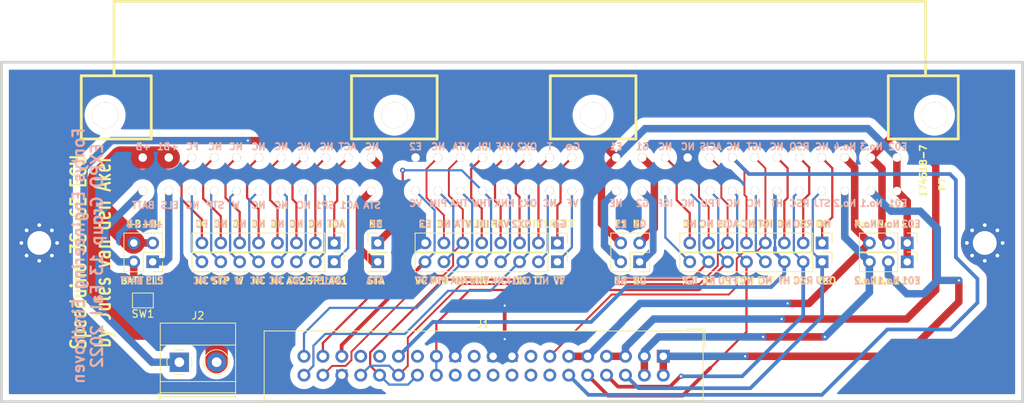
<source format=kicad_pcb>
(kicad_pcb (version 20211014) (generator pcbnew)
  (title_block (title "ECU adapter") (date "2023-01-07") (rev "1") (company "Fontys Engineering Eindhoven || EXPO 13"))
  (layers (0 "F.Cu" signal) (31 "B.Cu" signal) (34 "B.Paste" user) (35 "F.Paste" user) (36 "B.SilkS" user "B.Silkscreen") (37 "F.SilkS" user "F.Silkscreen") (38 "B.Mask" user) (39 "F.Mask" user) (44 "Edge.Cuts" user))
  (net 0 "")
  (net 1 "GND")
  (net 2 "IDLE-OUT")
  (net 3 "Net-(P13-Pad1)")
  (net 4 "ACIS-OUT")
  (net 6 "HC-2-OUT")
  (net 7 "IGN-1-OUT")
  (net 10 "CAM2-IN")
  (net 12 "CRANK-IN")
  (net 14 "Net-(P7-Pad24)")
  (net 16 "Net-(P10-Pad1)")
  (net 18 "Net-(P11-Pad2)")
  (net 19 "Net-(P11-Pad4)")
  (net 21 "Net-(P11-Pad3)")
  (net 23 "CAM1-IN")
  (net 25 "Net-(P12-Pad1)")
  (net 27 "VDDA")
  (net 28 "Net-(P12-Pad7)")
  (net 29 "GND1")
  (net 30 "Net-(P13-Pad8)")
  (net 31 "Net-(P3-Pad1)")
  (net 32 "CLT-IN")
  (net 33 "Net-(P3-Pad2)")
  (net 34 "INJ-1-OUT")
  (net 35 "TPS-IN")
  (net 36 "IAT-IN")
  (net 37 "O2-IN")
  (net 38 "Net-(J2-Pad2)")
  (net 39 "Net-(P3-Pad3)")
  (net 40 "Net-(P4-Pad1)")
  (net 41 "Net-(P5-Pad1)")
  (net 42 "Net-(P6-Pad1)")
  (net 43 "Net-(P6-Pad2)")
  (net 44 "Net-(P7-Pad20)")
  (net 45 "INJ-4-OUT")
  (net 46 "HC-1-OUT")
  (net 47 "INJ-3-OUT")
  (net 48 "INJ-2-OUT")
  (net 49 "Net-(P7-Pad25)")
  (net 50 "Net-(P7-Pad26)")
  (net 51 "Net-(P7-Pad27)")
  (net 52 "Net-(P7-Pad32)")
  (net 53 "Net-(P10-Pad2)")
  (net 54 "Net-(P10-Pad4)")
  (net 55 "Net-(P11-Pad1)")
  (net 56 "Net-(P11-Pad5)")
  (net 57 "Net-(P11-Pad7)")
  (net 58 "Net-(P12-Pad2)")
  (net 59 "Net-(P12-Pad3)")
  (net 60 "Net-(P12-Pad4)")
  (net 61 "Net-(P12-Pad5)")
  (net 62 "Net-(P12-Pad6)")
  (net 63 "Net-(P12-Pad8)")
  (net 64 "Net-(P13-Pad2)")
  (net 65 "Net-(P13-Pad3)")
  (net 66 "Net-(P13-Pad4)")
  (net 67 "Net-(P13-Pad5)")
  (net 68 "Net-(P13-Pad6)")
  (net 69 "Net-(P13-Pad7)")
  (net 70 "HT-OUT")
  (net 71 "Net-(P10-Pad7)")
  (footprint "Connector_PinHeader_2.54mm:PinHeader_1x03_P2.54mm_Vertical" (layer "F.Cu") (at 172.466 67.31 -90)
    (fp_text reference "P1" hide)
    (fp_text value "CONN_3")
  )
  (footprint "Connector_PinHeader_2.54mm:PinHeader_1x03_P2.54mm_Vertical" (layer "F.Cu") (at 172.466 64.77 -90)
    (fp_text reference "P2" hide)
    (fp_text value "CONN_3")
  )
  (footprint "Connector_PinHeader_2.54mm:PinHeader_1x01_P2.54mm_Vertical" (layer "F.Cu") (at 101.346 67.31)
    (fp_text reference "P4" hide)
    (fp_text value "CONN_1")
  )
  (footprint "Connector_PinHeader_2.54mm:PinHeader_1x01_P2.54mm_Vertical" (layer "F.Cu") (at 101.346 64.77)
    (fp_text reference "P5" hide)
    (fp_text value "CONN_1")
  )
  (footprint "174518-7:174518-7" (layer "F.Cu") (at 179.324 57.785)
    (fp_text reference "P7")
    (fp_text value "174518-7")
  )
  (footprint "Connector_PinHeader_2.54mm:PinHeader_1x08_P2.54mm_Vertical" (layer "F.Cu") (at 95.504 67.31 -90)
    (fp_text reference "P12" hide)
    (fp_text value "CONN_8")
  )
  (footprint "Connector_PinHeader_2.54mm:PinHeader_1x08_P2.54mm_Vertical" (layer "F.Cu") (at 95.504 64.77 -90)
    (fp_text reference "P13" hide)
    (fp_text value "CONN_8")
  )
  (footprint "Connector_PinHeader_2.54mm:PinHeader_1x08_P2.54mm_Vertical" (layer "F.Cu") (at 161.036 67.31 -90)
    (fp_text reference "P8" hide)
    (fp_text value "CONN_8")
  )
  (footprint "Connector_PinHeader_2.54mm:PinHeader_1x08_P2.54mm_Vertical" (layer "F.Cu") (at 125.476 67.31 -90)
    (fp_text reference "P10" hide)
    (fp_text value "CONN_8")
  )
  (footprint "Connector_PinHeader_2.54mm:PinHeader_1x08_P2.54mm_Vertical" (layer "F.Cu") (at 125.476 64.77 -90)
    (fp_text reference "P11" hide)
    (fp_text value "CONN_8")
  )
  (footprint "Connector_PinHeader_2.54mm:PinHeader_1x08_P2.54mm_Vertical" (layer "F.Cu") (at 161.036 64.77 -90)
    (fp_text reference "P9" hide)
    (fp_text value "CONN_8")
  )
  (footprint "Connector_PinHeader_2.54mm:PinHeader_2x02_P2.54mm_Vertical" (layer "F.Cu") (at 71.12 67.31 180)
    (fp_text reference "P6" hide)
    (fp_text value "Conn_01x04_Male")
  )
  (footprint "Connector_PinHeader_2.54mm:PinHeader_2x02_P2.54mm_Vertical" (layer "F.Cu") (at 136.525 67.31 180)
    (fp_text reference "P3" hide)
    (fp_text value "Conn_01x04_Male")
  )
  (footprint "MountingHole:MountingHole_3.2mm_M3_Pad_Via" (layer "F.Cu") (at 55.88 64.77)
    (fp_text reference "H1" hide)
    (fp_text value "MountingHole_Pad")
  )
  (footprint "MountingHole:MountingHole_3.2mm_M3_Pad_Via" (layer "F.Cu") (at 182.88 64.77)
    (fp_text reference "H2" hide)
    (fp_text value "MountingHole_Pad")
  )
  (footprint "Connector_IDC:IDC-Header_2x20_P2.54mm_Vertical" (layer "F.Cu") (at 139.7 80.01 -90)
    (fp_text reference "J1")
    (fp_text value "Conn_02x20_Odd_Even")
  )
  (footprint "TerminalBlock_Phoenix:TerminalBlock_Phoenix_MKDS-1,5-2_1x02_P5.00mm_Horizontal" (layer "F.Cu") (at 74.7 80.805)
    (fp_text reference "J2")
    (fp_text value "Screw_Terminal_01x02")
  )
  (footprint "Jumper:SolderJumper-2_P1.3mm_Bridged_Pad1.0x1.5mm" (layer "F.Cu") (at 69.8 72.5 180)
    (fp_text reference "SW1")
    (fp_text value "SW_SPST")
  )
  (gr_line (start 187.96 86.106) (end 50.8 86.106) (layer "Edge.Cuts") (width 0.381))
  (gr_line (start 50.8 86.106) (end 50.8 40.46) (layer "Edge.Cuts") (width 0.381))
  (gr_line (start 50.8 40.46) (end 187.96 40.46) (layer "Edge.Cuts") (width 0.381))
  (gr_line (start 187.96 40.46) (end 187.96 86.106) (layer "Edge.Cuts") (width 0.381))
  (gr_text "NC" (at 77.47 69.85) (layer "B.SilkS") (effects (font (size 0.9 0.9) (thickness 0.22352)) (justify mirror)))
  (gr_text "FC" (at 77.724 62.23) (layer "B.SilkS") (effects (font (size 0.9 0.9) (thickness 0.22352)) (justify mirror)))
  (gr_text "ELS" (at 71.374 69.85) (layer "B.SilkS") (effects (font (size 0.9 0.9) (thickness 0.22352)) (justify mirror)))
  (gr_text "+B1" (at 71.12 62.23) (layer "B.SilkS") (effects (font (size 0.9 0.9) (thickness 0.22352)) (justify mirror)))
  (gr_text "+B" (at 68.58 62.23) (layer "B.SilkS") (effects (font (size 0.9 0.9) (thickness 0.22352)) (justify mirror)))
  (gr_text "BATT" (at 68.326 69.85) (layer "B.SilkS") (effects (font (size 0.9 0.9) (thickness 0.22352)) (justify mirror)))
  (gr_text "NC" (at 90.424 62.23) (layer "B.SilkS") (effects (font (size 0.9 0.9) (thickness 0.22352)) (justify mirror)))
  (gr_text "NC" (at 85.344 62.23) (layer "B.SilkS") (effects (font (size 0.9 0.9) (thickness 0.22352)) (justify mirror)))
  (gr_text "NC" (at 92.964 62.23) (layer "B.SilkS") (effects (font (size 0.9 0.9) (thickness 0.22352)) (justify mirror)))
  (gr_text "NC" (at 80.264 62.23) (layer "B.SilkS") (effects (font (size 0.9 0.9) (thickness 0.22352)) (justify mirror)))
  (gr_text "ACT" (at 95.758 62.23) (layer "B.SilkS") (effects (font (size 0.9 0.9) (thickness 0.22352)) (justify mirror)))
  (gr_text "AC1" (at 95.25 69.85) (layer "B.SilkS") (effects (font (size 0.9 0.9) (thickness 0.22352)) (justify mirror)))
  (gr_text "NC" (at 87.884 62.23) (layer "B.SilkS") (effects (font (size 0.9 0.9) (thickness 0.22352)) (justify mirror)))
  (gr_text "NC" (at 101.092 62.23) (layer "B.SilkS") (effects (font (size 0.9 0.9) (thickness 0.22352)) (justify mirror)))
  (gr_text "NC" (at 82.804 62.23) (layer "B.SilkS") (effects (font (size 0.9 0.9) (thickness 0.22352)) (justify mirror)))
  (gr_text "STA" (at 100.965 69.85) (layer "B.SilkS") (effects (font (size 0.9 0.9) (thickness 0.22352)) (justify mirror)))
  (gr_text "VF" (at 125.73 69.85) (layer "B.SilkS") (effects (font (size 0.9 0.9) (thickness 0.22352)) (justify mirror)))
  (gr_text "E1" (at 133.985 62.23) (layer "B.SilkS") (effects (font (size 0.9 0.9) (thickness 0.22352)) (justify mirror)))
  (gr_text "NE" (at 133.985 69.85) (layer "B.SilkS") (effects (font (size 0.9 0.9) (thickness 0.22352)) (justify mirror)))
  (gr_text "KNK" (at 117.856 69.85) (layer "B.SilkS") (effects (font (size 0.9 0.9) (thickness 0.22352)) (justify mirror)))
  (gr_text "PIM" (at 109.474 69.85) (layer "B.SilkS") (effects (font (size 0.9 0.9) (thickness 0.22352)) (justify mirror)))
  (gr_text "G1" (at 136.525 62.23) (layer "B.SilkS") (effects (font (size 0.9 0.9) (thickness 0.22352)) (justify mirror)))
  (gr_text "THW" (at 114.935 69.85) (layer "B.SilkS") (effects (font (size 0.9 0.9) (thickness 0.22352)) (justify mirror)))
  (gr_text "G2" (at 136.525 69.85) (layer "B.SilkS") (effects (font (size 0.9 0.9) (thickness 0.22352)) (justify mirror)))
  (gr_text "THA" (at 112.395 69.85) (layer "B.SilkS") (effects (font (size 0.9 0.9) (thickness 0.22352)) (justify mirror)))
  (gr_text "NC" (at 123.444 69.85) (layer "B.SilkS") (effects (font (size 0.9 0.9) (thickness 0.22352)) (justify mirror)))
  (gr_text "HT" (at 155.956 69.85) (layer "B.SilkS") (effects (font (size 0.9 0.9) (thickness 0.22352)) (justify mirror)))
  (gr_text "E01" (at 172.974 69.85) (layer "B.SilkS") (effects (font (size 0.9 0.9) (thickness 0.22352)) (justify mirror)))
  (gr_text "NC" (at 143.256 62.23) (layer "B.SilkS") (effects (font (size 0.9 0.9) (thickness 0.22352)) (justify mirror)))
  (gr_text "NC" (at 153.416 69.85) (layer "B.SilkS") (effects (font (size 0.9 0.9) (thickness 0.22352)) (justify mirror)))
  (gr_text "NC" (at 145.796 69.85) (layer "B.SilkS") (effects (font (size 0.9 0.9) (thickness 0.22352)) (justify mirror)))
  (gr_text "NC" (at 150.876 69.85) (layer "B.SilkS") (effects (font (size 0.9 0.9) (thickness 0.22352)) (justify mirror)))
  (gr_text "NC" (at 151.13 62.23) (layer "B.SilkS") (effects (font (size 0.9 0.9) (thickness 0.22352)) (justify mirror)))
  (gr_text "No.1" (at 169.926 69.85) (layer "B.SilkS") (effects (font (size 0.9 0.9) (thickness 0.22352)) (justify mirror)))
  (gr_text "IGT" (at 153.416 62.23) (layer "B.SilkS") (effects (font (size 0.9 0.9) (thickness 0.22352)) (justify mirror)))
  (gr_text "RSC" (at 158.496 69.85) (layer "B.SilkS") (effects (font (size 0.9 0.9) (thickness 0.22352)) (justify mirror)))
  (gr_text "NC" (at 161.29 62.23) (layer "B.SilkS") (effects (font (size 0.9 0.9) (thickness 0.22352)) (justify mirror)))
  (gr_text "No.3" (at 169.926 62.23) (layer "B.SilkS") (effects (font (size 0.9 0.9) (thickness 0.22352)) (justify mirror)))
  (gr_text "No.4" (at 166.878 62.23) (layer "B.SilkS") (effects (font (size 0.9 0.9) (thickness 0.22352)) (justify mirror)))
  (gr_text "STJ" (at 161.29 69.85) (layer "B.SilkS") (effects (font (size 0.9 0.9) (thickness 0.22352)) (justify mirror)))
  (gr_text "E02" (at 172.974 62.23) (layer "B.SilkS") (effects (font (size 0.9 0.9) (thickness 0.22352)) (justify mirror)))
  (gr_text "RSO" (at 158.496 62.23) (layer "B.SilkS") (effects (font (size 0.9 0.9) (thickness 0.22352)) (justify mirror)))
  (gr_text "NC" (at 145.542 62.23) (layer "B.SilkS") (effects (font (size 0.9 0.9) (thickness 0.22352)) (justify mirror)))
  (gr_text "NC" (at 155.956 62.23) (layer "B.SilkS") (effects (font (size 0.9 0.9) (thickness 0.22352)) (justify mirror)))
  (gr_text "No.2" (at 166.878 69.85) (layer "B.SilkS") (effects (font (size 0.9 0.9) (thickness 0.22352)) (justify mirror)))
  (gr_text "IGF" (at 143.256 69.85) (layer "B.SilkS") (effects (font (size 0.9 0.9) (thickness 0.22352)) (justify mirror)))
  (gr_text "E2" (at 107.696 62.23) (layer "B.SilkS") (effects (font (size 0.9 0.9) (thickness 0.22352)) (justify mirror)))
  (gr_text "OX2" (at 120.65 62.23) (layer "B.SilkS") (effects (font (size 0.9 0.9) (thickness 0.22352)) (justify mirror)))
  (gr_text "IDL" (at 115.316 62.23) (layer "B.SilkS") (effects (font (size 0.9 0.9) (thickness 0.22352)) (justify mirror)))
  (gr_text "T" (at 123.19 62.23) (layer "B.SilkS") (effects (font (size 0.9 0.9) (thickness 0.22352)) (justify mirror)))
  (gr_text "NC" (at 110.236 62.23) (layer "B.SilkS") (effects (font (size 0.9 0.9) (thickness 0.22352)) (justify mirror)))
  (gr_text "G⊝" (at 125.73 62.23) (layer "B.SilkS") (effects (font (size 0.9 0.9) (thickness 0.22352)) (justify mirror)))
  (gr_text "VAF" (at 117.856 62.23) (layer "B.SilkS") (effects (font (size 0.9 0.9) (thickness 0.22352)) (justify mirror)))
  (gr_text "NC" (at 87.63 69.85) (layer "B.SilkS") (effects (font (size 0.9 0.9) (thickness 0.22352)) (justify mirror)))
  (gr_text "NC" (at 90.17 69.85) (layer "B.SilkS") (effects (font (size 0.9 0.9) (thickness 0.22352)) (justify mirror)))
  (gr_text "VTA" (at 112.776 62.23) (layer "B.SilkS") (effects (font (size 0.9 0.9) (thickness 0.22352)) (justify mirror)))
  (gr_text "VC" (at 107.188 69.85) (layer "B.SilkS") (effects (font (size 0.9 0.9) (thickness 0.22352)) (justify mirror)))
  (gr_text "W" (at 82.55 69.85) (layer "B.SilkS") (effects (font (size 0.9 0.9) (thickness 0.22352)) (justify mirror)))
  (gr_text "NC" (at 85.09 69.85) (layer "B.SilkS") (effects (font (size 0.9 0.9) (thickness 0.22352)) (justify mirror)))
  (gr_text "SP1" (at 92.71 69.85) (layer "B.SilkS") (effects (font (size 0.9 0.9) (thickness 0.22352)) (justify mirror)))
  (gr_text "OX1" (at 120.65 69.85) (layer "B.SilkS") (effects (font (size 0.9 0.9) (thickness 0.22352)) (justify mirror)))
  (gr_text "STP" (at 80.01 69.85) (layer "B.SilkS") (effects (font (size 0.9 0.9) (thickness 0.22352)) (justify mirror)))
  (gr_text "ACIS" (at 148.336 62.23) (layer "B.SilkS") (effects (font (size 0.9 0.9) (thickness 0.22352)) (justify mirror)))
  (gr_text "FPU" (at 148.336 69.85) (layer "B.SilkS") (effects (font (size 0.9 0.9) (thickness 0.22352)) (justify mirror)))
  (gr_text "E02" (at 171.196 51.816) (layer "B.SilkS") (effects (font (size 0.9 0.9) (thickness 0.22352)) (justify mirror)))
  (gr_text "No.4" (at 164.084 51.816) (layer "B.SilkS") (effects (font (size 0.9 0.9) (thickness 0.22352)) (justify mirror)))
  (gr_text "No.3" (at 167.64 51.816) (layer "B.SilkS") (effects (font (size 0.9 0.9) (thickness 0.22352)) (justify mirror)))
  (gr_text "ACIS" (at 146.05 51.816) (layer "B.SilkS") (effects (font (size 0.9 0.9) (thickness 0.22352)) (justify mirror)))
  (gr_text "NC" (at 149.098 51.816) (layer "B.SilkS") (effects (font (size 0.9 0.9) (thickness 0.22352)) (justify mirror)))
  (gr_text "NC" (at 161.036 51.816) (layer "B.SilkS") (effects (font (size 0.9 0.9) (thickness 0.22352)) (justify mirror)))
  (gr_text "NC" (at 154.94 51.816) (layer "B.SilkS") (effects (font (size 0.9 0.9) (thickness 0.22352)) (justify mirror)))
  (gr_text "IGT" (at 151.892 51.816) (layer "B.SilkS") (effects (font (size 0.9 0.9) (thickness 0.22352)) (justify mirror)))
  (gr_text "RSO" (at 157.988 51.816) (layer "B.SilkS") (effects (font (size 0.9 0.9) (thickness 0.22352)) (justify mirror)))
  (gr_text "NC" (at 139.954 51.816) (layer "B.SilkS") (effects (font (size 0.9 0.9) (thickness 0.22352)) (justify mirror)))
  (gr_text "NC" (at 143.002 51.816) (layer "B.SilkS") (effects (font (size 0.9 0.9) (thickness 0.22352)) (justify mirror)))
  (gr_text "G1" (at 136.906 51.816) (layer "B.SilkS") (effects (font (size 0.9 0.9) (thickness 0.22352)) (justify mirror)))
  (gr_text "E1" (at 133.35 51.816) (layer "B.SilkS") (effects (font (size 0.9 0.9) (thickness 0.22352)) (justify mirror)))
  (gr_text "VTA" (at 112.522 51.816) (layer "B.SilkS") (effects (font (size 0.9 0.9) (thickness 0.22352)) (justify mirror)))
  (gr_text "IDL" (at 115.57 51.816) (layer "B.SilkS") (effects (font (size 0.9 0.9) (thickness 0.22352)) (justify mirror)))
  (gr_text "VAF" (at 118.364 51.816) (layer "B.SilkS") (effects (font (size 0.9 0.9) (thickness 0.22352)) (justify mirror)))
  (gr_text "NC" (at 109.474 51.816) (layer "B.SilkS") (effects (font (size 0.9 0.9) (thickness 0.22352)) (justify mirror)))
  (gr_text "OX2" (at 121.412 51.816) (layer "B.SilkS") (effects (font (size 0.9 0.9) (thickness 0.22352)) (justify mirror)))
  (gr_text "G⊝" (at 127.508 51.816) (layer "B.SilkS") (effects (font (size 0.9 0.9) (thickness 0.22352)) (justify mirror)))
  (gr_text "E2" (at 106.426 51.816) (layer "B.SilkS") (effects (font (size 0.9 0.9) (thickness 0.22352)) (justify mirror)))
  (gr_text "T" (at 124.46 51.816) (layer "B.SilkS") (effects (font (size 0.9 0.9) (thickness 0.22352)) (justify mirror)))
  (gr_text "NC" (at 100.584 51.816) (layer "B.SilkS") (effects (font (size 0.9 0.9) (thickness 0.22352)) (justify mirror)))
  (gr_text "NC" (at 82.296 51.816) (layer "B.SilkS") (effects (font (size 0.9 0.9) (thickness 0.22352)) (justify mirror)))
  (gr_text "NC" (at 79.502 51.816) (layer "B.SilkS") (effects (font (size 0.9 0.9) (thickness 0.22352)) (justify mirror)))
  (gr_text "NC" (at 88.392 51.816) (layer "B.SilkS") (effects (font (size 0.9 0.9) (thickness 0.22352)) (justify mirror)))
  (gr_text "ACT" (at 97.282 51.816) (layer "B.SilkS") (effects (font (size 0.9 0.9) (thickness 0.22352)) (justify mirror)))
  (gr_text "NC" (at 94.488 51.816) (layer "B.SilkS") (effects (font (size 0.9 0.9) (thickness 0.22352)) (justify mirror)))
  (gr_text "NC" (at 91.44 51.816) (layer "B.SilkS") (effects (font (size 0.9 0.9) (thickness 0.22352)) (justify mirror)))
  (gr_text "NC" (at 85.344 51.816) (layer "B.SilkS") (effects (font (size 0.9 0.9) (thickness 0.22352)) (justify mirror)))
  (gr_text "FC" (at 76.454 51.816) (layer "B.SilkS") (effects (font (size 0.9 0.9) (thickness 0.22352)) (justify mirror)))
  (gr_text "+B1" (at 73.152 51.816) (layer "B.SilkS") (effects (font (size 0.9 0.9) (thickness 0.22352)) (justify mirror)))
  (gr_text "+B" (at 69.85 51.816) (layer "B.SilkS") (effects (font (size 0.9 0.9) (thickness 0.22352)) (justify mirror)))
  (gr_text "ELS" (at 73.406 59.69) (layer "B.SilkS") (effects (font (size 0.9 0.9) (thickness 0.22352)) (justify mirror)))
  (gr_text "BATT" (at 69.85 59.69) (layer "B.SilkS") (effects (font (size 0.9 0.9) (thickness 0.22352)) (justify mirror)))
  (gr_text "NC" (at 88.392 59.69) (layer "B.SilkS") (effects (font (size 0.9 0.9) (thickness 0.22352)) (justify mirror)))
  (gr_text "STP" (at 79.502 59.69) (layer "B.SilkS") (effects (font (size 0.9 0.9) (thickness 0.22352)) (justify mirror)))
  (gr_text "NC" (at 85.344 59.69) (layer "B.SilkS") (effects (font (size 0.9 0.9) (thickness 0.22352)) (justify mirror)))
  (gr_text "W" (at 82.296 59.69) (layer "B.SilkS") (effects (font (size 0.9 0.9) (thickness 0.22352)) (justify mirror)))
  (gr_text "NC" (at 76.454 59.69) (layer "B.SilkS") (effects (font (size 0.9 0.9) (thickness 0.22352)) (justify mirror)))
  (gr_text "NC" (at 91.44 59.69) (layer "B.SilkS") (effects (font (size 0.9 0.9) (thickness 0.22352)) (justify mirror)))
  (gr_text "SP1" (at 94.234 59.69) (layer "B.SilkS") (effects (font (size 0.9 0.9) (thickness 0.22352)) (justify mirror)))
  (gr_text "AC1" (at 97.536 59.69) (layer "B.SilkS") (effects (font (size 0.9 0.9) (thickness 0.22352)) (justify mirror)))
  (gr_text "STA" (at 100.584 59.69) (layer "B.SilkS") (effects (font (size 0.9 0.9) (thickness 0.22352)) (justify mirror)))
  (gr_text "THA" (at 112.268 59.436) (layer "B.SilkS") (effects (font (size 0.9 0.9) (thickness 0.22352)) (justify mirror)))
  (gr_text "KNK" (at 118.364 59.436) (layer "B.SilkS") (effects (font (size 0.9 0.9) (thickness 0.22352)) (justify mirror)))
  (gr_text "VF" (at 127.508 59.436) (layer "B.SilkS") (effects (font (size 0.9 0.9) (thickness 0.22352)) (justify mirror)))
  (gr_text "PIM" (at 109.474 59.436) (layer "B.SilkS") (effects (font (size 0.9 0.9) (thickness 0.22352)) (justify mirror)))
  (gr_text "NC" (at 124.46 59.436) (layer "B.SilkS") (effects (font (size 0.9 0.9) (thickness 0.22352)) (justify mirror)))
  (gr_text "THW" (at 115.316 59.436) (layer "B.SilkS") (effects (font (size 0.9 0.9) (thickness 0.22352)) (justify mirror)))
  (gr_text "OX1" (at 121.412 59.436) (layer "B.SilkS") (effects (font (size 0.9 0.9) (thickness 0.22352)) (justify mirror)))
  (gr_text "VC" (at 106.426 59.436) (layer "B.SilkS") (effects (font (size 0.9 0.9) (thickness 0.22352)) (justify mirror)))
  (gr_text "NE" (at 133.35 59.436) (layer "B.SilkS") (effects (font (size 0.9 0.9) (thickness 0.22352)) (justify mirror)))
  (gr_text "G2" (at 136.906 59.436) (layer "B.SilkS") (effects (font (size 0.9 0.9) (thickness 0.22352)) (justify mirror)))
  (gr_text "FPU" (at 146.05 59.436) (layer "B.SilkS") (effects (font (size 0.9 0.9) (thickness 0.22352)) (justify mirror)))
  (gr_text "STJ" (at 161.036 59.436) (layer "B.SilkS") (effects (font (size 0.9 0.9) (thickness 0.22352)) (justify mirror)))
  (gr_text "NC" (at 143.002 59.436) (layer "B.SilkS") (effects (font (size 0.9 0.9) (thickness 0.22352)) (justify mirror)))
  (gr_text "RSC" (at 157.988 59.436) (layer "B.SilkS") (effects (font (size 0.9 0.9) (thickness 0.22352)) (justify mirror)))
  (gr_text "HT" (at 154.94 59.436) (layer "B.SilkS") (effects (font (size 0.9 0.9) (thickness 0.22352)) (justify mirror)))
  (gr_text "NC" (at 151.892 59.436) (layer "B.SilkS") (effects (font (size 0.9 0.9) (thickness 0.22352)) (justify mirror)))
  (gr_text "IGF" (at 139.954 59.436) (layer "B.SilkS") (effects (font (size 0.9 0.9) (thickness 0.22352)) (justify mirror)))
  (gr_text "NC" (at 149.098 59.436) (layer "B.SilkS") (effects (font (size 0.9 0.9) (thickness 0.22352)) (justify mirror)))
  (gr_text "No.2" (at 164.084 59.436) (layer "B.SilkS") (effects (font (size 0.9 0.9) (thickness 0.22352)) (justify mirror)))
  (gr_text "No.1" (at 167.64 59.436) (layer "B.SilkS") (effects (font (size 0.9 0.9) (thickness 0.22352)) (justify mirror)))
  (gr_text "E01" (at 171.196 59.436) (layer "B.SilkS") (effects (font (size 0.9 0.9) (thickness 0.22352)) (justify mirror)))
  (gr_text "Fontys Engineering Eindhoven\nEXPO Group 13 Fall 2022" (at 62.4 66.5 90) (layer "B.SilkS") (effects (font (size 1.524 1.524) (thickness 0.3048)) (justify mirror)))
  (gr_text "SP1" (at 93.1 69.85) (layer "F.SilkS") (effects (font (size 0.9 0.9) (thickness 0.22352))))
  (gr_text "VC" (at 107.188 69.85) (layer "F.SilkS") (effects (font (size 0.9 0.9) (thickness 0.22352))))
  (gr_text "OX" (at 120.35 69.85) (layer "F.SilkS") (effects (font (size 0.9 0.9) (thickness 0.22352))))
  (gr_text "THW" (at 115.062 69.85) (layer "F.SilkS") (effects (font (size 0.9 0.9) (thickness 0.22352))))
  (gr_text "TT" (at 122.9 69.85) (layer "F.SilkS") (effects (font (size 0.9 0.9) (thickness 0.22352))))
  (gr_text "PIM" (at 109.728 69.85) (layer "F.SilkS") (effects (font (size 0.9 0.9) (thickness 0.22352))))
  (gr_text "VF" (at 125.73 69.85) (layer "F.SilkS") (effects (font (size 0.9 0.9) (thickness 0.22352))))
  (gr_text "NC" (at 117.856 69.85) (layer "F.SilkS") (effects (font (size 0.9 0.9) (thickness 0.22352))))
  (gr_text "THA" (at 112.268 69.85) (layer "F.SilkS") (effects (font (size 0.9 0.9) (thickness 0.22352))))
  (gr_text "NC" (at 136.525 69.85) (layer "F.SilkS") (effects (font (size 0.9 0.9) (thickness 0.22352))))
  (gr_text "NC" (at 133.985 69.85) (layer "F.SilkS") (effects (font (size 0.9 0.9) (thickness 0.22352))))
  (gr_text "IGF" (at 143.256 69.85) (layer "F.SilkS") (effects (font (size 0.9 0.9) (thickness 0.22352))))
  (gr_text "NC" (at 143.256 62.23) (layer "F.SilkS") (effects (font (size 0.9 0.9) (thickness 0.22352))))
  (gr_text "NC" (at 155.956 62.23) (layer "F.SilkS") (effects (font (size 0.9 0.9) (thickness 0.22352))))
  (gr_text "G1" (at 147.828 62.23) (layer "F.SilkS") (effects (font (size 0.9 0.9) (thickness 0.22352))))
  (gr_text "RSO" (at 161.544 69.85) (layer "F.SilkS") (effects (font (size 0.9 0.9) (thickness 0.22352))))
  (gr_text "G⊝" (at 145.542 62.23) (layer "F.SilkS") (effects (font (size 0.9 0.9) (thickness 0.22352))))
  (gr_text "NC" (at 158.496 62.23) (layer "F.SilkS") (effects (font (size 0.9 0.9) (thickness 0.22352))))
  (gr_text "EVP" (at 153.55 69.85) (layer "F.SilkS") (effects (font (size 0.9 0.9) (thickness 0.22352))))
  (gr_text "IGT" (at 153.416 62.23) (layer "F.SilkS") (effects (font (size 0.9 0.9) (thickness 0.22352))))
  (gr_text "ACIS" (at 150.622 62.23) (layer "F.SilkS") (effects (font (size 0.9 0.9) (thickness 0.22352))))
  (gr_text "NC" (at 161.036 62.23) (layer "F.SilkS") (effects (font (size 0.9 0.9) (thickness 0.22352))))
  (gr_text "HT" (at 155.956 69.85) (layer "F.SilkS") (effects (font (size 0.9 0.9) (thickness 0.22352))))
  (gr_text "FPU" (at 150.622 69.85) (layer "F.SilkS") (effects (font (size 0.9 0.9) (thickness 0.22352))))
  (gr_text "G2" (at 148.082 69.85) (layer "F.SilkS") (effects (font (size 0.9 0.9) (thickness 0.22352))))
  (gr_text "RSC" (at 158.496 69.85) (layer "F.SilkS") (effects (font (size 0.9 0.9) (thickness 0.22352))))
  (gr_text "NE" (at 145.796 69.85) (layer "F.SilkS") (effects (font (size 0.9 0.9) (thickness 0.22352))))
  (gr_text "No.2" (at 166.878 69.85) (layer "F.SilkS") (effects (font (size 0.9 0.9) (thickness 0.22352))))
  (gr_text "No.1" (at 169.926 69.85) (layer "F.SilkS") (effects (font (size 0.9 0.9) (thickness 0.22352))))
  (gr_text "E02" (at 172.974 62.23) (layer "F.SilkS") (effects (font (size 0.9 0.9) (thickness 0.22352))))
  (gr_text "E01" (at 172.974 69.85) (layer "F.SilkS") (effects (font (size 0.9 0.9) (thickness 0.22352))))
  (gr_text "No.3" (at 169.926 62.23) (layer "F.SilkS") (effects (font (size 0.9 0.9) (thickness 0.22352))))
  (gr_text "No.4" (at 166.878 62.23) (layer "F.SilkS") (effects (font (size 0.9 0.9) (thickness 0.22352))))
  (gr_text "STP" (at 80.264 69.85) (layer "F.SilkS") (effects (font (size 0.9 0.9) (thickness 0.22352))))
  (gr_text "NC" (at 82.804 62.23) (layer "F.SilkS") (effects (font (size 0.9 0.9) (thickness 0.22352))))
  (gr_text "NC" (at 77.724 69.85) (layer "F.SilkS") (effects (font (size 0.9 0.9) (thickness 0.22352))))
  (gr_text "+B" (at 68.58 62.23) (layer "F.SilkS") (effects (font (size 0.9 0.9) (thickness 0.22352))))
  (gr_text "W" (at 82.804 69.85) (layer "F.SilkS") (effects (font (size 0.9 0.9) (thickness 0.22352))))
  (gr_text "NC" (at 136.525 62.23) (layer "F.SilkS") (effects (font (size 0.9 0.9) (thickness 0.22352))))
  (gr_text "NC" (at 110.236 62.23) (layer "F.SilkS") (effects (font (size 0.9 0.9) (thickness 0.22352))))
  (gr_text "VTA" (at 112.776 62.23) (layer "F.SilkS") (effects (font (size 0.9 0.9) (thickness 0.22352))))
  (gr_text "PSCT" (at 126.1 62.2) (layer "F.SilkS") (effects (font (size 0.9 0.9) (thickness 0.22352))))
  (gr_text "KNK" (at 117.856 62.23) (layer "F.SilkS") (effects (font (size 0.9 0.9) (thickness 0.22352))))
  (gr_text "E2" (at 107.696 62.23) (layer "F.SilkS") (effects (font (size 0.9 0.9) (thickness 0.22352))))
  (gr_text "AC2" (at 90.35 69.85) (layer "F.SilkS") (effects (font (size 0.9 0.9) (thickness 0.22352))))
  (gr_text "BATT" (at 68.326 69.85) (layer "F.SilkS") (effects (font (size 0.9 0.9) (thickness 0.22352))))
  (gr_text "TE1" (at 123.19 62.23) (layer "F.SilkS") (effects (font (size 0.9 0.9) (thickness 0.22352))))
  (gr_text "E1" (at 133.985 62.23) (layer "F.SilkS") (effects (font (size 0.9 0.9) (thickness 0.22352))))
  (gr_text "NC" (at 87.884 69.85) (layer "F.SilkS") (effects (font (size 0.9 0.9) (thickness 0.22352))))
  (gr_text "+B1" (at 71.12 62.23) (layer "F.SilkS") (effects (font (size 0.9 0.9) (thickness 0.22352))))
  (gr_text "ELS" (at 71.374 69.85) (layer "F.SilkS") (effects (font (size 0.9 0.9) (thickness 0.22352))))
  (gr_text "NC" (at 90.424 62.23) (layer "F.SilkS") (effects (font (size 0.9 0.9) (thickness 0.22352))))
  (gr_text "ACT" (at 95.758 62.23) (layer "F.SilkS") (effects (font (size 0.9 0.9) (thickness 0.22352))))
  (gr_text "Speeduino 3S-GE ECU\nby Jules van den Aker" (at 62.8015 65.9765 90) (layer "F.SilkS") (effects (font (size 2.032 1.524) (thickness 0.3048))))
  (gr_text "NC" (at 85.344 69.85) (layer "F.SilkS") (effects (font (size 0.9 0.9) (thickness 0.22352))))
  (gr_text "NC" (at 92.964 62.23) (layer "F.SilkS") (effects (font (size 0.9 0.9) (thickness 0.22352))))
  (gr_text "STA" (at 101.092 69.85) (layer "F.SilkS") (effects (font (size 0.9 0.9) (thickness 0.22352))))
  (gr_text "NC" (at 85.344 62.23) (layer "F.SilkS") (effects (font (size 0.9 0.9) (thickness 0.22352))))
  (gr_text "FC" (at 77.724 62.23) (layer "F.SilkS") (effects (font (size 0.9 0.9) (thickness 0.22352))))
  (gr_text "IDL" (at 115.316 62.23) (layer "F.SilkS") (effects (font (size 0.9 0.9) (thickness 0.22352))))
  (gr_text "TE2" (at 120.65 62.23) (layer "F.SilkS") (effects (font (size 0.9 0.9) (thickness 0.22352))))
  (gr_text "NC" (at 101.092 62.23) (layer "F.SilkS") (effects (font (size 0.9 0.9) (thickness 0.22352))))
  (gr_text "NC" (at 87.884 62.23) (layer "F.SilkS") (effects (font (size 0.9 0.9) (thickness 0.22352))))
  (gr_text "AC1" (at 96.012 69.85) (layer "F.SilkS") (effects (font (size 0.9 0.9) (thickness 0.22352))))
  (gr_text "NC" (at 80.264 62.23) (layer "F.SilkS") (effects (font (size 0.9 0.9) (thickness 0.22352))))
  (segment (start 144.5 54.81006) (end 142.97406 53.28412) (width 0.254) (layer "F.Cu") (net 1))
  (segment (start 145.796 64.77) (end 145.796 59.896) (width 0.254) (layer "F.Cu") (net 1))
  (segment (start 145.796 59.896) (end 144.5 58.6) (width 0.254) (layer "F.Cu") (net 1))
  (segment (start 144.5 58.6) (end 144.5 54.81006) (width 0.254) (layer "F.Cu") (net 1))
  (segment (start 118.4 77.7) (end 118.4 73.2) (width 0.5) (layer "F.Cu") (net 1))
  (via (at 118.4 77.7) (size 0.7) (drill 0.3) (layers "F.Cu" "B.Cu") (net 1))
  (via (at 118.4 73.2) (size 0.7) (drill 0.3) (layers "F.Cu" "B.Cu") (net 1))
  (segment (start 140.6 84.1) (end 142 82.7) (width 0.5) (layer "F.Cu") (net 2))
  (segment (start 132.08 82.55) (end 133.63 84.1) (width 0.5) (layer "F.Cu") (net 2))
  (segment (start 142 82.7) (end 142.1 82.7) (width 0.5) (layer "F.Cu") (net 2))
  (segment (start 133.63 84.1) (end 140.6 84.1) (width 0.5) (layer "F.Cu") (net 2))
  (via (at 142.1 82.7) (size 0.7) (drill 0.3) (layers "F.Cu" "B.Cu") (net 2))
  (segment (start 158.496 67.31) (end 157.242 66.056) (width 0.3) (layer "B.Cu") (net 2))
  (segment (start 150.3 82.7) (end 142.1 82.7) (width 0.5) (layer "B.Cu") (net 2))
  (segment (start 158.496 67.31) (end 158.496 74.504) (width 0.5) (layer "B.Cu") (net 2))
  (segment (start 157.242 58.51576) (end 157.97276 57.785) (width 0.3) (layer "B.Cu") (net 2))
  (segment (start 142.1 82.6) (end 142.1 82.7) (width 0.5) (layer "B.Cu") (net 2))
  (segment (start 158.496 74.504) (end 150.3 82.7) (width 0.5) (layer "B.Cu") (net 2))
  (segment (start 157.242 66.056) (end 157.242 58.51576) (width 0.3) (layer "B.Cu") (net 2))
  (segment (start 95.504 64.77) (end 95.504 59.496) (width 0.3) (layer "F.Cu") (net 3))
  (segment (start 95.504 59.496) (end 95.9 59.1) (width 0.3) (layer "F.Cu") (net 3))
  (segment (start 95.9 54.75756) (end 97.37344 53.28412) (width 0.3) (layer "F.Cu") (net 3))
  (segment (start 95.9 59.1) (end 95.9 54.75756) (width 0.3) (layer "F.Cu") (net 3))
  (segment (start 150.876 64.77) (end 150.876 58.576) (width 0.254) (layer "F.Cu") (net 4))
  (segment (start 150.876 58.576) (end 150.6 58.3) (width 0.254) (layer "F.Cu") (net 4))
  (segment (start 150.6 58.3) (end 150.6 54.91058) (width 0.254) (layer "F.Cu") (net 4))
  (segment (start 150.6 54.91058) (end 148.97354 53.28412) (width 0.254) (layer "F.Cu") (net 4))
  (segment (start 181.9 72.8) (end 178.3 76.4) (width 0.5) (layer "B.Cu") (net 4))
  (segment (start 148.97354 53.28412) (end 150.6 54.91058) (width 0.5) (layer "B.Cu") (net 4))
  (segment (start 179 66.7) (end 181.9 69.6) (width 0.5) (layer "B.Cu") (net 4))
  (segment (start 150.6 54.91058) (end 150.61058 54.91058) (width 0.5) (layer "B.Cu") (net 4))
  (segment (start 181.9 69.6) (end 181.9 72.8) (width 0.5) (layer "B.Cu") (net 4))
  (segment (start 151.2 55.5) (end 178.2 55.5) (width 0.5) (layer "B.Cu") (net 4))
  (segment (start 178.2 55.5) (end 179 56.3) (width 0.5) (layer "B.Cu") (net 4))
  (segment (start 150.61058 54.91058) (end 151.2 55.5) (width 0.5) (layer "B.Cu") (net 4))
  (segment (start 179 56.3) (end 179 66.7) (width 0.5) (layer "B.Cu") (net 4))
  (segment (start 129.65 85.2) (end 127 82.55) (width 0.5) (layer "B.Cu") (net 4))
  (segment (start 161 85.2) (end 129.65 85.2) (width 0.5) (layer "B.Cu") (net 4))
  (segment (start 169.8 76.4) (end 161 85.2) (width 0.5) (layer "B.Cu") (net 4))
  (segment (start 178.3 76.4) (end 169.8 76.4) (width 0.5) (layer "B.Cu") (net 4))
  (segment (start 134.62 82.55) (end 136.37 84.3) (width 0.5) (layer "B.Cu") (net 6))
  (segment (start 161.036 74.664) (end 161.036 67.31) (width 0.5) (layer "B.Cu") (net 6))
  (segment (start 159.782 66.056) (end 159.782 58.9755) (width 0.3) (layer "B.Cu") (net 6))
  (segment (start 151.4 84.3) (end 161.036 74.664) (width 0.5) (layer "B.Cu") (net 6))
  (segment (start 159.782 58.9755) (end 160.9725 57.785) (width 0.3) (layer "B.Cu") (net 6))
  (segment (start 161.036 67.31) (end 159.782 66.056) (width 0.3) (layer "B.Cu") (net 6))
  (segment (start 136.37 84.3) (end 151.4 84.3) (width 0.5) (layer "B.Cu") (net 6))
  (segment (start 149.567 66.878103) (end 149.567 70.633) (width 0.254) (layer "F.Cu") (net 7))
  (segment (start 153.416 64.77) (end 152.185 66.001) (width 0.254) (layer "F.Cu") (net 7))
  (segment (start 153.416 54.72684) (end 151.97328 53.28412) (width 0.254) (layer "F.Cu") (net 7))
  (segment (start 152.185 66.001) (end 150.444103 66.001) (width 0.254) (layer "F.Cu") (net 7))
  (segment (start 153.416 64.77) (end 153.416 54.72684) (width 0.254) (layer "F.Cu") (net 7))
  (segment (start 150.444103 66.001) (end 149.567 66.878103) (width 0.254) (layer "F.Cu") (net 7))
  (segment (start 148.5 71.7) (end 132.77 71.7) (width 0.254) (layer "F.Cu") (net 7))
  (segment (start 132.77 71.7) (end 124.46 80.01) (width 0.254) (layer "F.Cu") (net 7))
  (segment (start 149.567 70.633) (end 148.5 71.7) (width 0.254) (layer "F.Cu") (net 7))
  (segment (start 109.22 75.58) (end 109.22 80.01) (width 0.3) (layer "F.Cu") (net 10))
  (segment (start 144.546 71.1) (end 113.7 71.1) (width 0.3) (layer "F.Cu") (net 10))
  (segment (start 113.7 71.1) (end 109.22 75.58) (width 0.3) (layer "F.Cu") (net 10))
  (segment (start 148.336 67.31) (end 144.546 71.1) (width 0.3) (layer "F.Cu") (net 10))
  (segment (start 148.336 67.31) (end 147.082 66.056) (width 0.3) (layer "B.Cu") (net 10))
  (segment (start 109.22 82.55) (end 109.22 80.01) (width 0.3) (layer "B.Cu") (net 10))
  (segment (start 147.082 66.056) (end 147.082 58.8932) (width 0.3) (layer "B.Cu") (net 10))
  (segment (start 147.082 58.8932) (end 145.9738 57.785) (width 0.3) (layer "B.Cu") (net 10))
  (segment (start 143.406 69.7) (end 110.112542 69.7) (width 0.3) (layer "F.Cu") (net 12))
  (segment (start 110.112542 69.7) (end 100.3276 79.484942) (width 0.3) (layer "F.Cu") (net 12))
  (segment (start 145.796 67.31) (end 143.406 69.7) (width 0.3) (layer "F.Cu") (net 12))
  (segment (start 100.3276 79.484942) (end 100.3276 81.2776) (width 0.3) (layer "F.Cu") (net 12))
  (segment (start 100.3276 81.2776) (end 101.6 82.55) (width 0.3) (layer "F.Cu") (net 12))
  (segment (start 145.796 67.31) (end 144.542 66.056) (width 0.3) (layer "B.Cu") (net 12))
  (segment (start 102.8676 83.8176) (end 101.6 82.55) (width 0.3) (layer "B.Cu") (net 12))
  (segment (start 144.542 59.35294) (end 142.97406 57.785) (width 0.3) (layer "B.Cu") (net 12))
  (segment (start 106.68 82.55) (end 105.4124 83.8176) (width 0.3) (layer "B.Cu") (net 12))
  (segment (start 144.542 66.056) (end 144.542 59.35294) (width 0.3) (layer "B.Cu") (net 12))
  (segment (start 105.4124 83.8176) (end 102.8676 83.8176) (width 0.3) (layer "B.Cu") (net 12))
  (segment (start 143.256 67.31) (end 139.97432 64.02832) (width 0.3) (layer "B.Cu") (net 14))
  (segment (start 139.97432 64.02832) (end 139.97432 57.785) (width 0.3) (layer "B.Cu") (net 14))
  (segment (start 127.42418 65.36182) (end 127.42418 57.785) (width 0.3) (layer "B.Cu") (net 16))
  (segment (start 125.476 67.31) (end 127.42418 65.36182) (width 0.3) (layer "B.Cu") (net 16))
  (segment (start 122.936 64.77) (end 122.936 54.77256) (width 0.3) (layer "F.Cu") (net 18))
  (segment (start 122.936 54.77256) (end 124.42444 53.28412) (width 0.3) (layer "F.Cu") (net 18))
  (segment (start 117.856 64.77) (end 117.856 59.856) (width 0.3) (layer "F.Cu") (net 19))
  (segment (start 117.1 54.60908) (end 118.42496 53.28412) (width 0.3) (layer "F.Cu") (net 19))
  (segment (start 117.1 59.1) (end 117.1 54.60908) (width 0.3) (layer "F.Cu") (net 19))
  (segment (start 117.856 59.856) (end 117.1 59.1) (width 0.3) (layer "F.Cu") (net 19))
  (segment (start 119.9 54.80882) (end 121.4247 53.28412) (width 0.3) (layer "F.Cu") (net 21))
  (segment (start 120.396 58.596) (end 119.9 58.1) (width 0.3) (layer "F.Cu") (net 21))
  (segment (start 120.396 64.77) (end 120.396 58.596) (width 0.3) (layer "F.Cu") (net 21))
  (segment (start 119.9 58.1) (end 119.9 54.80882) (width 0.3) (layer "F.Cu") (net 21))
  (segment (start 147.5 54.81032) (end 145.9738 53.28412) (width 0.254) (layer "F.Cu") (net 23))
  (segment (start 148.336 59.536) (end 147.5 58.7) (width 0.254) (layer "F.Cu") (net 23))
  (segment (start 147.027 66.079) (end 147.027 67.819897) (width 0.254) (layer "F.Cu") (net 23))
  (segment (start 112.6 70.3) (end 105.3846 77.5154) (width 0.254) (layer "F.Cu") (net 23))
  (segment (start 105.3846 77.5154) (end 105.3846 81.3054) (width 0.254) (layer "F.Cu") (net 23))
  (segment (start 144.546897 70.3) (end 112.6 70.3) (width 0.254) (layer "F.Cu") (net 23))
  (segment (start 147.5 58.7) (end 147.5 54.81032) (width 0.254) (layer "F.Cu") (net 23))
  (segment (start 105.3846 81.3054) (end 104.14 82.55) (width 0.254) (layer "F.Cu") (net 23))
  (segment (start 148.336 64.77) (end 147.027 66.079) (width 0.254) (layer "F.Cu") (net 23))
  (segment (start 148.336 64.77) (end 148.336 59.536) (width 0.254) (layer "F.Cu") (net 23))
  (segment (start 147.027 67.819897) (end 144.546897 70.3) (width 0.254) (layer "F.Cu") (net 23))
  (segment (start 100.3276 81.2824) (end 99.06 82.55) (width 0.3) (layer "B.Cu") (net 23))
  (segment (start 102.8724 81.2824) (end 100.3276 81.2824) (width 0.3) (layer "B.Cu") (net 23))
  (segment (start 104.14 82.55) (end 102.8724 81.2824) (width 0.3) (layer "B.Cu") (net 23))
  (segment (start 97.37344 57.785) (end 97.37344 65.44056) (width 0.3) (layer "B.Cu") (net 25))
  (segment (start 97.37344 65.44056) (end 95.504 67.31) (width 0.3) (layer "B.Cu") (net 25))
  (segment (start 96.5 78.506) (end 107.696 67.31) (width 0.5) (layer "F.Cu") (net 27))
  (segment (start 96.5 78.506) (end 96.5 79.99) (width 0.5) (layer "F.Cu") (net 27))
  (segment (start 96.5 79.99) (end 96.52 80.01) (width 0.5) (layer "F.Cu") (net 27))
  (segment (start 108.982 66.024) (end 108.982 60.34354) (width 0.3) (layer "B.Cu") (net 27))
  (segment (start 108.982 60.34354) (end 106.42346 57.785) (width 0.3) (layer "B.Cu") (net 27))
  (segment (start 107.696 67.31) (end 108.982 66.024) (width 0.3) (layer "B.Cu") (net 27))
  (segment (start 78.978 66.024) (end 78.978 58.182) (width 0.3) (layer "B.Cu") (net 28))
  (segment (start 78.978 58.182) (end 79.375 57.785) (width 0.3) (layer "B.Cu") (net 28))
  (segment (start 80.264 67.31) (end 78.978 66.024) (width 0.3) (layer "B.Cu") (net 28))
  (segment (start 79.032999 58.127001) (end 79.375 57.785) (width 0.254) (layer "B.Cu") (net 28))
  (segment (start 133.37032 53.28412) (end 131.4 55.25444) (width 1) (layer "F.Cu") (net 29))
  (segment (start 171.07408 57.785) (end 171.07408 53.28412) (width 1) (layer "F.Cu") (net 29))
  (segment (start 133.985 64.77) (end 131.4 62.185) (width 1) (layer "F.Cu") (net 29))
  (segment (start 133.37032 53.28412) (end 131.0862 51) (width 1) (layer "F.Cu") (net 29))
  (segment (start 131.0862 51) (end 83.9 51) (width 1) (layer "F.Cu") (net 29))
  (segment (start 131.4 62.185) (end 131.4 55.25444) (width 1) (layer "F.Cu") (net 29))
  (segment (start 172.466 64.77) (end 172.466 59.17692) (width 1) (layer "F.Cu") (net 29))
  (segment (start 172.466 67.31) (end 172.466 64.77) (width 1) (layer "F.Cu") (net 29))
  (segment (start 172.466 59.17692) (end 171.07408 57.785) (width 1) (layer "F.Cu") (net 29))
  (via (at 83.9 51) (size 0.7) (drill 0.3) (layers "F.Cu" "B.Cu") (net 29))
  (segment (start 83.9 51) (end 65.6 51) (width 1) (layer "B.Cu") (net 29))
  (segment (start 71.005 80.805) (end 74.7 80.805) (width 1) (layer "B.Cu") (net 29))
  (segment (start 61.9 54.7) (end 61.9 71.7) (width 1) (layer "B.Cu") (net 29))
  (segment (start 61.9 71.7) (end 71.005 80.805) (width 1) (layer "B.Cu") (net 29))
  (segment (start 137.25444 49.4) (end 133.37032 53.28412) (width 1) (layer "B.Cu") (net 29))
  (segment (start 171.07408 53.28412) (end 167.18996 49.4) (width 1) (layer "B.Cu") (net 29))
  (segment (start 65.6 51) (end 61.9 54.7) (width 1) (layer "B.Cu") (net 29))
  (segment (start 167.18996 49.4) (end 137.25444 49.4) (width 1) (layer "B.Cu") (net 29))
  (segment (start 77.724 61.624) (end 75 58.9) (width 0.3) (layer "F.Cu") (net 30))
  (segment (start 75 58.9) (end 75 54.65938) (width 0.3) (layer "F.Cu") (net 30))
  (segment (start 77.724 64.77) (end 77.724 61.624) (width 0.3) (layer "F.Cu") (net 30))
  (segment (start 75 54.65938) (end 76.37526 53.28412) (width 0.3) (layer "F.Cu") (net 30))
  (segment (start 138.3 59.21456) (end 136.87044 57.785) (width 1) (layer "B.Cu") (net 31))
  (segment (start 136.79 67.31) (end 138.3 65.8) (width 1) (layer "B.Cu") (net 31))
  (segment (start 138.3 65.8) (end 138.3 59.21456) (width 1) (layer "B.Cu") (net 31))
  (segment (start 136.525 67.31) (end 136.79 67.31) (width 1) (layer "B.Cu") (net 31))
  (segment (start 93.98 78.22) (end 100.4 71.8) (width 0.3) (layer "F.Cu") (net 32))
  (segment (start 104.7 55) (end 104.7 54.9) (width 0.5) (layer "F.Cu") (net 32))
  (segment (start 104.7 67.5) (end 104.7 55) (width 0.3) (layer "F.Cu") (net 32))
  (segment (start 93.98 80.01) (end 93.98 78.22) (width 0.3) (layer "F.Cu") (net 32))
  (segment (start 100.4 71.8) (end 104.7 67.5) (width 0.3) (layer "F.Cu") (net 32))
  (via (at 104.7 55) (size 0.7) (drill 0.3) (layers "F.Cu" "B.Cu") (net 32))
  (segment (start 112.63768 55) (end 115.42268 57.785) (width 0.3) (layer "B.Cu") (net 32))
  (segment (start 116.57 58.93232) (end 115.42268 57.785) (width 0.3) (layer "B.Cu") (net 32))
  (segment (start 116.57 66.056) (end 116.57 58.93232) (width 0.3) (layer "B.Cu") (net 32))
  (segment (start 115.316 67.31) (end 116.57 66.056) (width 0.3) (layer "B.Cu") (net 32))
  (segment (start 104.7 55) (end 112.63768 55) (width 0.3) (layer "B.Cu") (net 32))
  (segment (start 131.8 65.125) (end 131.8 59.35532) (width 1) (layer "B.Cu") (net 33))
  (segment (start 133.985 67.31) (end 131.8 65.125) (width 1) (layer "B.Cu") (net 33))
  (segment (start 131.8 59.35532) (end 133.37032 57.785) (width 1) (layer "B.Cu") (net 33))
  (segment (start 139.7 82.8) (end 139.7 82.55) (width 1) (layer "F.Cu") (net 34))
  (segment (start 173.2 78.9) (end 179.4 72.7) (width 1) (layer "F.Cu") (net 34))
  (segment (start 150.69 80.01) (end 172.09 80.01) (width 1.012) (layer "F.Cu") (net 34))
  (segment (start 172.09 80.01) (end 173.2 78.9) (width 1.012) (layer "F.Cu") (net 34))
  (segment (start 139.7 82.55) (end 139.7 80.01) (width 1.012) (layer "F.Cu") (net 34))
  (segment (start 179.4 72.7) (end 179.4 69.8) (width 1) (layer "F.Cu") (net 34))
  (via (at 150.69 80.01) (size 0.7) (drill 0.3) (layers "F.Cu" "B.Cu") (net 34))
  (via (at 179.4 69.8) (size 0.61) (drill 0.3) (layers "F.Cu" "B.Cu") (net 34))
  (segment (start 170.28896 60.5) (end 167.57396 57.785) (width 1) (layer "B.Cu") (net 34))
  (segment (start 139.7 80.01) (end 150.69 80.01) (width 1.012) (layer "B.Cu") (net 34))
  (segment (start 169.926 69.126) (end 172.4 71.6) (width 1) (layer "B.Cu") (net 34))
  (segment (start 174.7 71.6) (end 176.5 69.8) (width 1) (layer "B.Cu") (net 34))
  (segment (start 176.5 69.8) (end 176.5 62.8) (width 1) (layer "B.Cu") (net 34))
  (segment (start 176.5 69.8) (end 179.4 69.8) (width 1) (layer "B.Cu") (net 34))
  (segment (start 173.5 71.6) (end 174.7 71.6) (width 1) (layer "B.Cu") (net 34))
  (segment (start 174.2 60.5) (end 170.28896 60.5) (width 1) (layer "B.Cu") (net 34))
  (segment (start 139.954 82.296) (end 139.7 82.55) (width 1.012) (layer "B.Cu") (net 34))
  (segment (start 172.4 71.6) (end 173.5 71.6) (width 1) (layer "B.Cu") (net 34))
  (segment (start 176.5 62.8) (end 174.2 60.5) (width 1) (layer "B.Cu") (net 34))
  (segment (start 169.926 67.31) (end 169.926 69.126) (width 1) (layer "B.Cu") (net 34))
  (segment (start 112.776 64.77) (end 111.467 66.079) (width 0.254) (layer "F.Cu") (net 35))
  (segment (start 110.131 69.169) (end 108.031 69.169) (width 0.254) (layer "F.Cu") (net 35))
  (segment (start 108.031 69.169) (end 97.8154 79.3846) (width 0.254) (layer "F.Cu") (net 35))
  (segment (start 111.467 66.079) (end 111.467 67.833) (width 0.254) (layer "F.Cu") (net 35))
  (segment (start 110.9 54.80706) (end 112.42294 53.28412) (width 0.254) (layer "F.Cu") (net 35))
  (segment (start 97.8154 79.3846) (end 97.8154 80.525531) (width 0.254) (layer "F.Cu") (net 35))
  (segment (start 112.776 60.276) (end 110.9 58.4) (width 0.254) (layer "F.Cu") (net 35))
  (segment (start 97.035531 81.3054) (end 95.2246 81.3054) (width 0.254) (layer "F.Cu") (net 35))
  (segment (start 97.8154 80.525531) (end 97.035531 81.3054) (width 0.254) (layer "F.Cu") (net 35))
  (segment (start 110.9 58.4) (end 110.9 54.80706) (width 0.254) (layer "F.Cu") (net 35))
  (segment (start 95.2246 81.3054) (end 93.98 82.55) (width 0.254) (layer "F.Cu") (net 35))
  (segment (start 112.776 64.77) (end 112.776 60.276) (width 0.254) (layer "F.Cu") (net 35))
  (segment (start 111.467 67.833) (end 110.131 69.169) (width 0.254) (layer "F.Cu") (net 35))
  (segment (start 91.44 76.96) (end 91.44 80.01) (width 0.3) (layer "B.Cu") (net 36))
  (segment (start 112.776 67.31) (end 106.586 73.5) (width 0.3) (layer "B.Cu") (net 36))
  (segment (start 106.586 73.5) (end 94.9 73.5) (width 0.3) (layer "B.Cu") (net 36))
  (segment (start 114.03 66.056) (end 114.03 59.39206) (width 0.3) (layer "B.Cu") (net 36))
  (segment (start 114.03 59.39206) (end 112.42294 57.785) (width 0.3) (layer "B.Cu") (net 36))
  (segment (start 94.9 73.5) (end 91.44 76.96) (width 0.3) (layer "B.Cu") (net 36))
  (segment (start 112.776 67.31) (end 114.03 66.056) (width 0.3) (layer "B.Cu") (net 36))
  (segment (start 121.65 66.056) (end 121.65 58.0103) (width 0.3) (layer "B.Cu") (net 37))
  (segment (start 110.8 71.2) (end 105 77) (width 0.3) (layer "B.Cu") (net 37))
  (segment (start 92.7076 81.2824) (end 91.44 82.55) (width 0.3) (layer "B.Cu") (net 37))
  (segment (start 92.7076 78.5924) (end 92.7076 81.2824) (width 0.3) (layer "B.Cu") (net 37))
  (segment (start 120.396 67.31) (end 116.506 71.2) (width 0.3) (layer "B.Cu") (net 37))
  (segment (start 105 77) (end 94.3 77) (width 0.3) (layer "B.Cu") (net 37))
  (segment (start 94.3 77) (end 92.7076 78.5924) (width 0.3) (layer "B.Cu") (net 37))
  (segment (start 121.65 58.0103) (end 121.4247 57.785) (width 0.3) (layer "B.Cu") (net 37))
  (segment (start 116.506 71.2) (end 110.8 71.2) (width 0.3) (layer "B.Cu") (net 37))
  (segment (start 120.396 67.31) (end 121.65 66.056) (width 0.3) (layer "B.Cu") (net 37))
  (segment (start 68.192 76.3) (end 75 76.3) (width 3) (layer "F.Cu") (net 38))
  (segment (start 66.81588 53.28412) (end 63.9 56.2) (width 3) (layer "F.Cu") (net 38))
  (segment (start 68.58 64.77) (end 71.12 64.77) (width 1) (layer "F.Cu") (net 38))
  (segment (start 63.9 56.2) (end 63.9 60.09) (width 3) (layer "F.Cu") (net 38))
  (segment (start 63.9 60.09) (end 68.516 64.706) (width 3) (layer "F.Cu") (net 38))
  (segment (start 73.27392 53.28412) (end 69.77634 53.28412) (width 3) (layer "F.Cu") (net 38))
  (segment (start 79.7 78.3) (end 79.7 80.805) (width 3) (layer "F.Cu") (net 38))
  (segment (start 68.516 64.706) (end 68.58 64.706) (width 3) (layer "F.Cu") (net 38))
  (segment (start 69.77634 53.28412) (end 66.81588 53.28412) (width 3) (layer "F.Cu") (net 38))
  (segment (start 63.9 72.008) (end 68.192 76.3) (width 3) (layer "F.Cu") (net 38))
  (segment (start 77.7 76.3) (end 79.7 78.3) (width 3) (layer "F.Cu") (net 38))
  (segment (start 63.9 60.09) (end 63.9 72.008) (width 3) (layer "F.Cu") (net 38))
  (segment (start 70.45 72.5) (end 71.2 72.5) (width 1) (layer "F.Cu") (net 38))
  (segment (start 71.2 72.5) (end 75 76.3) (width 1) (layer "F.Cu") (net 38))
  (segment (start 75 76.3) (end 77.7 76.3) (width 3) (layer "F.Cu") (net 38))
  (segment (start 136.525 64.77) (end 138.5 62.795) (width 1) (layer "F.Cu") (net 39))
  (segment (start 138.5 54.91368) (end 136.87044 53.28412) (width 1) (layer "F.Cu") (net 39))
  (segment (start 138.5 62.795) (end 138.5 54.91368) (width 1) (layer "F.Cu") (net 39))
  (segment (start 100.47478 57.785) (end 98.9 59.35978) (width 1) (layer "F.Cu") (net 40))
  (segment (start 100.678 67.31) (end 101.346 67.31) (width 1) (layer "F.Cu") (net 40))
  (segment (start 98.9 59.35978) (end 98.9 65.532) (width 1) (layer "F.Cu") (net 40))
  (segment (start 98.9 65.532) (end 100.678 67.31) (width 1) (layer "F.Cu") (net 40))
  (segment (start 103 63.1) (end 103 55.80934) (width 1) (layer "F.Cu") (net 41))
  (segment (start 103 55.80934) (end 100.47478 53.28412) (width 1) (layer "F.Cu") (net 41))
  (segment (start 101.346 64.754) (end 103 63.1) (width 1) (layer "F.Cu") (net 41))
  (segment (start 101.346 64.77) (end 101.346 64.754) (width 1) (layer "F.Cu") (net 41))
  (segment (start 73.27392 57.785) (end 73.27392 66.82608) (width 1) (layer "B.Cu") (net 42))
  (segment (start 73.27392 66.82608) (end 72.79 67.31) (width 1) (layer "B.Cu") (net 42))
  (segment (start 72.79 67.31) (end 71.12 67.31) (width 1) (layer "B.Cu") (net 42))
  (segment (start 68.58 67.31) (end 68.58 71.93) (width 1) (layer "F.Cu") (net 43))
  (segment (start 68.58 71.93) (end 69.15 72.5) (width 1) (layer "F.Cu") (net 43))
  (segment (start 69.77634 57.785) (end 64.7 62.86134) (width 1) (layer "B.Cu") (net 43))
  (segment (start 66.61 67.31) (end 68.58 67.31) (width 1) (layer "B.Cu") (net 43))
  (segment (start 64.7 65.4) (end 66.61 67.31) (width 1) (layer "B.Cu") (net 43))
  (segment (start 64.7 62.86134) (end 64.7 65.4) (width 1) (layer "B.Cu") (net 43))
  (segment (start 153.416 67.31) (end 152.13 66.024) (width 0.3) (layer "B.Cu") (net 44))
  (segment (start 152.13 66.024) (end 152.13 57.94172) (width 0.3) (layer "B.Cu") (net 44))
  (segment (start 152.13 57.94172) (end 151.97328 57.785) (width 0.3) (layer "B.Cu") (net 44))
  (segment (start 165.409151 54.619431) (end 164.07384 53.28412) (width 1.012) (layer "F.Cu") (net 45))
  (segment (start 159.256 72.9) (end 160.478 71.678) (width 1.012) (layer "F.Cu") (net 45))
  (segment (start 165.409151 62.793151) (end 165.409151 54.619431) (width 1.012) (layer "F.Cu") (net 45))
  (segment (start 156.4 72.9) (end 159.256 72.9) (width 1.012) (layer "F.Cu") (net 45))
  (segment (start 167.386 64.77) (end 165.409151 62.793151) (width 1.012) (layer "F.Cu") (net 45))
  (segment (start 167.386 64.77) (end 160.478 71.678) (width 1.012) (layer "F.Cu") (net 45))
  (segment (start 129.54 80.01) (end 127 80.01) (width 1.012) (layer "F.Cu") (net 45))
  (via (at 156.4 72.9) (size 0.7) (drill 0.3) (layers "F.Cu" "B.Cu") (net 45))
  (segment (start 134.05 75.5) (end 129.54 80.01) (width 1.012) (layer "B.Cu") (net 45))
  (segment (start 136.6 72.9) (end 156.4 72.9) (width 1.012) (layer "B.Cu") (net 45))
  (segment (start 134.05 75.45) (end 136.6 72.9) (width 1.012) (layer "B.Cu") (net 45))
  (segment (start 138.1 85.3) (end 142.3 85.3) (width 0.5) (layer "F.Cu") (net 46))
  (segment (start 143.5 84.1) (end 146 81.6) (width 0.5) (layer "F.Cu") (net 46))
  (segment (start 150.876 76.724) (end 146 81.6) (width 0.3) (layer "F.Cu") (net 46))
  (segment (start 142.3 85.3) (end 143.5 84.1) (width 0.5) (layer "F.Cu") (net 46))
  (segment (start 129.54 82.55) (end 132.29 85.3) (width 0.5) (layer "F.Cu") (net 46))
  (segment (start 150.876 67.31) (end 150.876 76.724) (width 0.3) (layer "F.Cu") (net 46))
  (segment (start 132.29 85.3) (end 138.1 85.3) (width 0.5) (layer "F.Cu") (net 46))
  (segment (start 149.622 58.43346) (end 148.97354 57.785) (width 0.3) (layer "B.Cu") (net 46))
  (segment (start 150.876 67.31) (end 149.622 66.056) (width 0.3) (layer "B.Cu") (net 46))
  (segment (start 149.622 66.056) (end 149.622 58.43346) (width 0.3) (layer "B.Cu") (net 46))
  (segment (start 169.076001 61.023999) (end 169.076001 54.786161) (width 1.012) (layer "F.Cu") (net 47))
  (segment (start 176.3 54.3) (end 172.5 50.5) (width 1) (layer "F.Cu") (net 47))
  (segment (start 169.926 64.77) (end 169.076001 63.920001) (width 1.012) (layer "F.Cu") (net 47))
  (segment (start 169.076001 54.786161) (end 167.57396 53.28412) (width 1.012) (layer "F.Cu") (net 47))
  (segment (start 172.5 50.5) (end 170.35808 50.5) (width 1) (layer "F.Cu") (net 47))
  (segment (start 155.6 75) (end 172.4 75) (width 1) (layer "F.Cu") (net 47))
  (segment (start 132.08 80.01) (end 134.62 80.01) (width 1) (layer "F.Cu") (net 47))
  (segment (start 170.35808 50.5) (end 167.57396 53.28412) (width 1) (layer "F.Cu") (net 47))
  (segment (start 176.3 71.1) (end 176.3 54.3) (width 1) (layer "F.Cu") (net 47))
  (segment (start 172.4 75) (end 176.3 71.1) (width 1) (layer "F.Cu") (net 47))
  (segment (start 169.076001 63.920001) (end 169.076001 61.023999) (width 1.012) (layer "F.Cu") (net 47))
  (via (at 155.6 75) (size 0.7) (drill 0.3) (layers "F.Cu" "B.Cu") (net 47))
  (segment (start 138.4 75) (end 155.6 75) (width 1) (layer "B.Cu") (net 47))
  (segment (start 134.62 80.01) (end 134.62 78.78) (width 1) (layer "B.Cu") (net 47))
  (segment (start 134.62 78.78) (end 138.4 75) (width 1) (layer "B.Cu") (net 47))
  (segment (start 137.16 82.55) (end 137.16 80.01) (width 1) (layer "F.Cu") (net 48))
  (segment (start 161.4 77.4) (end 153.1 77.4) (width 1.012) (layer "F.Cu") (net 48))
  (via (at 161.4 77.4) (size 0.61) (drill 0.3) (layers "F.Cu" "B.Cu") (net 48))
  (via (at 153.1 77.4) (size 0.7) (drill 0.3) (layers "F.Cu" "B.Cu") (net 48))
  (segment (start 167.386 67.31) (end 164.07384 63.99784) (width 1.012) (layer "B.Cu") (net 48))
  (segment (start 167.386 71.414) (end 163.4 75.4) (width 1.012) (layer "B.Cu") (net 48))
  (segment (start 137.16 79.3028) (end 137.16 80.01) (width 1.012) (layer "B.Cu") (net 48))
  (segment (start 164.07384 63.99784) (end 164.07384 57.785) (width 1.012) (layer "B.Cu") (net 48))
  (segment (start 153.1 77.4) (end 139.0628 77.4) (width 1.012) (layer "B.Cu") (net 48))
  (segment (start 167.386 67.31) (end 167.386 71.414) (width 1.012) (layer "B.Cu") (net 48))
  (segment (start 139.0628 77.4) (end 137.16 79.3028) (width 1.012) (layer "B.Cu") (net 48))
  (segment (start 163.4 75.4) (end 161.4 77.4) (width 1.012) (layer "B.Cu") (net 48))
  (segment (start 161.036 62.664) (end 162.4 61.3) (width 0.3) (layer "F.Cu") (net 49))
  (segment (start 162.4 54.71162) (end 160.9725 53.28412) (width 0.3) (layer "F.Cu") (net 49))
  (segment (start 162.4 61.3) (end 162.4 54.71162) (width 0.3) (layer "F.Cu") (net 49))
  (segment (start 161.036 64.77) (end 161.036 62.664) (width 0.3) (layer "F.Cu") (net 49))
  (segment (start 159.3 58.2) (end 158.496 59.004) (width 0.3) (layer "F.Cu") (net 50))
  (segment (start 158.496 59.004) (end 158.496 64.77) (width 0.3) (layer "F.Cu") (net 50))
  (segment (start 159.3 54.61136) (end 159.3 58.2) (width 0.3) (layer "F.Cu") (net 50))
  (segment (start 157.97276 53.28412) (end 159.3 54.61136) (width 0.3) (layer "F.Cu") (net 50))
  (segment (start 156.4 58.7) (end 155.956 59.144) (width 0.3) (layer "F.Cu") (net 51))
  (segment (start 154.97302 53.28412) (end 156.4 54.7111) (width 0.3) (layer "F.Cu") (net 51))
  (segment (start 155.956 59.144) (end 155.956 64.77) (width 0.3) (layer "F.Cu") (net 51))
  (segment (start 156.4 54.7111) (end 156.4 58.7) (width 0.3) (layer "F.Cu") (net 51))
  (segment (start 141.5 59) (end 141.5 54.8098) (width 0.3) (layer "F.Cu") (net 52))
  (segment (start 143.256 64.77) (end 143.256 60.756) (width 0.3) (layer "F.Cu") (net 52))
  (segment (start 143.256 60.756) (end 141.5 59) (width 0.3) (layer "F.Cu") (net 52))
  (segment (start 141.5 54.8098) (end 139.97432 53.28412) (width 0.3) (layer "F.Cu") (net 52))
  (segment (start 124.19 58.01944) (end 124.42444 57.785) (width 0.3) (layer "B.Cu") (net 53))
  (segment (start 124.19 66.056) (end 124.19 58.01944) (width 0.3) (layer "B.Cu") (net 53))
  (segment (start 122.936 67.31) (end 124.19 66.056) (width 0.3) (layer "B.Cu") (net 53))
  (segment (start 117.856 67.31) (end 119.11 66.056) (width 0.3) (layer "B.Cu") (net 54))
  (segment (start 119.11 58.47004) (end 118.42496 57.785) (width 0.3) (layer "B.Cu") (net 54))
  (segment (start 119.11 66.056) (end 119.11 58.47004) (width 0.3) (layer "B.Cu") (net 54))
  (segment (start 125.476 64.77) (end 125.476 59.724) (width 0.3) (layer "F.Cu") (net 55))
  (segment (start 125.9 54.8083) (end 127.42418 53.28412) (width 0.3) (layer "F.Cu") (net 55))
  (segment (start 125.9 59.3) (end 125.9 54.8083) (width 0.3) (layer "F.Cu") (net 55))
  (segment (start 125.476 59.724) (end 125.9 59.3) (width 0.3) (layer "F.Cu") (net 55))
  (segment (start 113.9 54.8068) (end 115.42268 53.28412) (width 0.3) (layer "F.Cu") (net 56))
  (segment (start 115.316 60.116) (end 113.9 58.7) (width 0.3) (layer "F.Cu") (net 56))
  (segment (start 113.9 58.7) (end 113.9 54.8068) (width 0.3) (layer "F.Cu") (net 56))
  (segment (start 115.316 64.77) (end 115.316 60.116) (width 0.3) (layer "F.Cu") (net 56))
  (segment (start 110.236 64.77) (end 110.236 61.036) (width 0.254) (layer "F.Cu") (net 57))
  (segment (start 107.9 54.80732) (end 109.4232 53.28412) (width 0.254) (layer "F.Cu") (net 57))
  (segment (start 110.236 61.036) (end 107.9 58.7) (width 0.254) (layer "F.Cu") (net 57))
  (segment (start 107.9 58.7) (end 107.9 54.80732) (width 0.254) (layer "F.Cu") (net 57))
  (segment (start 92.964 67.31) (end 94.218 66.056) (width 0.3) (layer "B.Cu") (net 58))
  (segment (start 94.218 66.056) (end 94.218 57.9407) (width 0.3) (layer "B.Cu") (net 58))
  (segment (start 94.218 57.9407) (end 94.3737 57.785) (width 0.3) (layer "B.Cu") (net 58))
  (segment (start 90.424 67.31) (end 91.678 66.056) (width 0.3) (layer "B.Cu") (net 59))
  (segment (start 91.678 66.056) (end 91.678 58.08904) (width 0.3) (layer "B.Cu") (net 59))
  (segment (start 91.678 58.08904) (end 91.37396 57.785) (width 0.3) (layer "B.Cu") (net 59))
  (segment (start 89.138 66.056) (end 89.138 58.54878) (width 0.3) (layer "B.Cu") (net 60))
  (segment (start 89.138 58.54878) (end 88.37422 57.785) (width 0.3) (layer "B.Cu") (net 60))
  (segment (start 87.884 67.31) (end 89.138 66.056) (width 0.3) (layer "B.Cu") (net 60))
  (segment (start 85.344 67.31) (end 84.09 66.056) (width 0.3) (layer "B.Cu") (net 61))
  (segment (start 84.09 66.056) (end 84.09 59.06948) (width 0.3) (layer "B.Cu") (net 61))
  (segment (start 84.09 59.06948) (end 85.37448 57.785) (width 0.3) (layer "B.Cu") (net 61))
  (segment (start 82.804 67.31) (end 81.518 66.024) (width 0.3) (layer "B.Cu") (net 62))
  (segment (start 81.518 66.024) (end 81.518 58.64174) (width 0.3) (layer "B.Cu") (net 62))
  (segment (start 81.518 58.64174) (end 82.37474 57.785) (width 0.3) (layer "B.Cu") (net 62))
  (segment (start 76.37526 65.96126) (end 76.37526 57.785) (width 0.3) (layer "B.Cu") (net 63))
  (segment (start 77.724 67.31) (end 76.37526 65.96126) (width 0.3) (layer "B.Cu") (net 63))
  (segment (start 92.964 64.77) (end 92.964 54.69382) (width 0.3) (layer "F.Cu") (net 64))
  (segment (start 92.964 54.69382) (end 94.3737 53.28412) (width 0.3) (layer "F.Cu") (net 64))
  (segment (start 90.424 59.424) (end 89.9 58.9) (width 0.3) (layer "F.Cu") (net 65))
  (segment (start 90.424 64.77) (end 90.424 59.424) (width 0.3) (layer "F.Cu") (net 65))
  (segment (start 89.9 54.75808) (end 91.37396 53.28412) (width 0.3) (layer "F.Cu") (net 65))
  (segment (start 89.9 58.9) (end 89.9 54.75808) (width 0.3) (layer "F.Cu") (net 65))
  (segment (start 86.9 54.75834) (end 88.37422 53.28412) (width 0.3) (layer "F.Cu") (net 66))
  (segment (start 87.884 59.984) (end 86.9 59) (width 0.3) (layer "F.Cu") (net 66))
  (segment (start 86.9 59) (end 86.9 54.75834) (width 0.3) (layer "F.Cu") (net 66))
  (segment (start 87.884 64.77) (end 87.884 59.984) (width 0.3) (layer "F.Cu") (net 66))
  (segment (start 85.344 64.77) (end 85.344 60.244) (width 0.3) (layer "F.Cu") (net 67))
  (segment (start 83.8 54.8586) (end 85.37448 53.28412) (width 0.3) (layer "F.Cu") (net 67))
  (segment (start 83.8 58.7) (end 83.8 54.8586) (width 0.3) (layer "F.Cu") (net 67))
  (segment (start 85.344 60.244) (end 83.8 58.7) (width 0.3) (layer "F.Cu") (net 67))
  (segment (start 82.804 64.77) (end 82.804 60.604) (width 0.3) (layer "F.Cu") (net 68))
  (segment (start 80.9 58.7) (end 80.9 54.75886) (width 0.3) (layer "F.Cu") (net 68))
  (segment (start 82.804 60.604) (end 80.9 58.7) (width 0.3) (layer "F.Cu") (net 68))
  (segment (start 80.9 54.75886) (end 82.37474 53.28412) (width 0.3) (layer "F.Cu") (net 68))
  (segment (start 80.264 64.77) (end 80.264 61.164) (width 0.3) (layer "F.Cu") (net 69))
  (segment (start 80.264 61.164) (end 77.9 58.8) (width 0.3) (layer "F.Cu") (net 69))
  (segment (start 77.9 54.75912) (end 79.375 53.28412) (width 0.3) (layer "F.Cu") (net 69))
  (segment (start 77.9 58.8) (end 77.9 54.75912) (width 0.3) (layer "F.Cu") (net 69))
  (segment (start 108.775 75.375) (end 104.14 80.01) (width 0.5) (layer "B.Cu") (net 70))
  (segment (start 155.956 68.944) (end 154.2 70.7) (width 0.5) (layer "B.Cu") (net 70))
  (segment (start 155.956 67.31) (end 154.700423 66.054423) (width 0.5) (layer "B.Cu") (net 70))
  (segment (start 154.700423 66.054423) (end 154.700423 65.400423) (width 0.5) (layer "B.Cu") (net 70))
  (segment (start 154.7 64.698) (end 154.7 65.4) (width 0.3) (layer "B.Cu") (net 70))
  (segment (start 154.97302 57.785) (end 154.915 57.785) (width 0.5) (layer "B.Cu") (net 70))
  (segment (start 154.915 57.785) (end 154.7 58) (width 0.5) (layer "B.Cu") (net 70))
  (segment (start 154.7 65.4) (end 154.700423 65.400423) (width 0.3) (layer "B.Cu") (net 70))
  (segment (start 108.8 75.4) (end 108.775 75.375) (width 0.5) (layer "B.Cu") (net 70))
  (segment (start 155.956 67.31) (end 155.956 68.944) (width 0.5) (layer "B.Cu") (net 70))
  (segment (start 134.7 70.7) (end 130 75.4) (width 0.5) (layer "B.Cu") (net 70))
  (segment (start 154.7 58) (end 154.7 64.1) (width 0.5) (layer "B.Cu") (net 70))
  (segment (start 154.2 70.7) (end 134.7 70.7) (width 0.5) (layer "B.Cu") (net 70))
  (segment (start 130 75.4) (end 108.8 75.4) (width 0.5) (layer "B.Cu") (net 70))
  (segment (start 154.7 64.698) (end 154.7 64.1) (width 0.3) (layer "B.Cu") (net 70))
  (segment (start 110.236 67.31) (end 111.49 66.056) (width 0.3) (layer "B.Cu") (net 71))
  (segment (start 111.49 66.056) (end 111.49 59.8518) (width 0.3) (layer "B.Cu") (net 71))
  (segment (start 111.49 59.8518) (end 109.4232 57.785) (width 0.3) (layer "B.Cu") (net 71))
  (zone (net 1) (net_name "GND") (layer "B.Cu") (connect_pads yes (clearance 1)) (min_thickness 0.25) (fill yes (thermal_gap 0.5) (thermal_bridge_width 1))
    (polygon (pts (xy 187.9 86.1) (xy 50.8 86.1) (xy 50.8 40.5) (xy 187.9 40.5)))
  )
)
</source>
